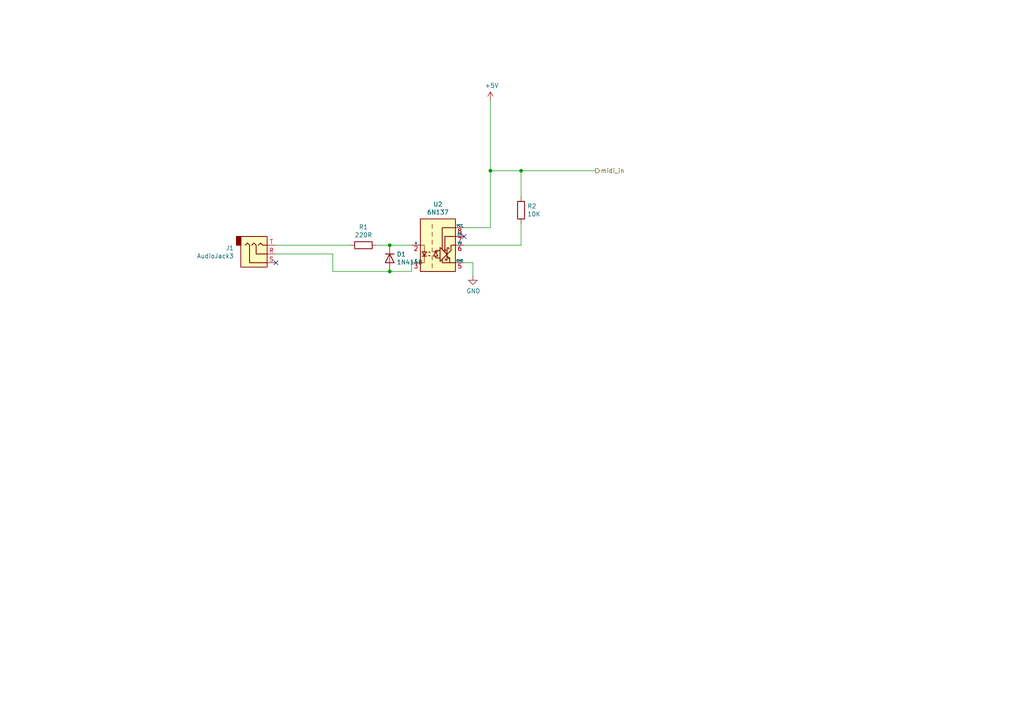
<source format=kicad_sch>
(kicad_sch (version 20211123) (generator eeschema)
  (paper "A4")
  (lib_symbols
    (symbol "Connector:AudioJack3"
      (property "Reference" "J" (at 0 8.89 0))
      (property "Value" "AudioJack3" (at 0 6.35 0))
      (symbol "AudioJack3_0_1"
        (rectangle (start -5.08 -5.08) (end -6.35 -2.54) (stroke (width 0.254)) (fill (type outline)))
        (polyline (pts (xy 0 -2.54) (xy 0.635 -3.175) (xy 1.27 -2.54) (xy 2.54 -2.54)) (stroke (width 0.254)))
        (polyline (pts (xy -1.905 -2.54) (xy -1.27 -3.175) (xy -0.635 -2.54) (xy -0.635 0) (xy 2.54 0)) (stroke (width 0.254)))
        (polyline (pts (xy 2.54 2.54) (xy -2.54 2.54) (xy -2.54 -2.54) (xy -3.175 -3.175) (xy -3.81 -2.54)) (stroke (width 0.254)))
        (rectangle (start 2.54 3.81) (end -5.08 -5.08) (stroke (width 0.254)) (fill (type background)))
      )
      (symbol "AudioJack3_1_1"
        (pin passive line (at 5.08 0 180) (length 2.54) (name "~") (number "R"))
        (pin passive line (at 5.08 2.54 180) (length 2.54) (name "~") (number "S"))
        (pin passive line (at 5.08 -2.54 180) (length 2.54) (name "~") (number "T"))
      )
    )
    (symbol "Device:R" (pin_numbers hide) (pin_names (offset 0))
      (property "Reference" "R" (at 2.032 0 90))
      (property "Value" "R" (at 0 0 90))
      (symbol "R_0_1"
        (rectangle (start -1.016 -2.54) (end 1.016 2.54) (stroke (width 0.254)))
      )
      (symbol "R_1_1"
        (pin passive line (at 0 3.81 270) (length 1.27) (name "~") (number "1"))
        (pin passive line (at 0 -3.81 90) (length 1.27) (name "~") (number "2"))
      )
    )
    (symbol "Diode:1N4148" (pin_numbers hide) (pin_names (offset 1.016) hide)
      (property "Reference" "D" (at 0 2.54 0))
      (property "Value" "1N4148" (at 0 -2.54 0))
      (symbol "1N4148_0_1"
        (polyline (pts (xy -1.27 1.27) (xy -1.27 -1.27)) (stroke (width 0.254)))
        (polyline (pts (xy 1.27 0) (xy -1.27 0)))
        (polyline (pts (xy 1.27 1.27) (xy 1.27 -1.27) (xy -1.27 0) (xy 1.27 1.27)) (stroke (width 0.254)))
      )
      (symbol "1N4148_1_1"
        (pin passive line (at -3.81 0 0) (length 2.54) (name "K") (number "1"))
        (pin passive line (at 3.81 0 180) (length 2.54) (name "A") (number "2"))
      )
    )
    (symbol "Isolator:6N137" (pin_names (offset 0))
      (property "Reference" "U" (at -4.064 8.89 0))
      (property "Value" "6N137" (at 0 -8.89 0))
      (symbol "6N137_0_1"
        (polyline (pts (xy 2.667 -3.556) (xy 2.667 -1.651)) (stroke (width 0.254)))
        (polyline (pts (xy 2.667 -2.159) (xy 2.667 -2.921)) (stroke (width 0.254)))
        (polyline (pts (xy 3.429 -3.937) (xy 3.429 -5.08)) (stroke (width 0.254)))
        (polyline (pts (xy -0.635 -3.302) (xy -0.635 -3.683) (xy 0.635 -3.683)) (stroke (width 0.254)))
        (polyline (pts (xy -0.635 -1.905) (xy -0.635 -1.524) (xy 0.508 -1.524)) (stroke (width 0.254)))
        (polyline (pts (xy 1.27 -4.064) (xy 1.27 -5.08) (xy 5.08 -5.08)) (stroke (width 0.254)))
        (polyline (pts (xy 1.27 -1.27) (xy 1.27 5.08) (xy 5.08 5.08)) (stroke (width 0.254)))
        (polyline (pts (xy 2.032 -1.27) (xy 2.032 2.54) (xy 5.08 2.54)) (stroke (width 0.254)))
        (polyline (pts (xy -5.08 -5.08) (xy -3.937 -5.08) (xy -3.937 0) (xy -5.08 0)))
        (polyline (pts (xy 2.667 -3.302) (xy 2.667 -4.318) (xy 2.159 -4.318) (xy 2.159 -3.937)) (stroke (width 0.254)))
        (polyline (pts (xy 2.667 -2.667) (xy 0.635 -4.699) (xy 0.635 -0.635) (xy 2.667 -2.667)) (stroke (width 0.254)))
        (polyline (pts (xy 2.667 -1.778) (xy 2.667 -0.762) (xy 3.175 -0.762) (xy 3.175 -1.143)) (stroke (width 0.254)))
        (polyline (pts (xy 2.794 -2.54) (xy 3.81 -1.524) (xy 3.81 0) (xy 5.08 0)) (stroke (width 0.254)))
        (polyline (pts (xy 2.667 -3.175) (xy 3.429 -3.937) (xy 3.302 -3.556) (xy 3.048 -3.81) (xy 3.429 -3.937)) (stroke (width 0.254)))
        (circle (center 2.032 -1.524) (radius 0.254) (stroke (width 0.254)))
      )
      (symbol "6N137_1_1"
        (rectangle (start -5.08 7.62) (end 5.08 -7.62) (stroke (width 0.254)) (fill (type background)))
        (polyline (pts (xy -4.572 -3.175) (xy -3.302 -3.175)) (stroke (width 0.254)))
        (polyline (pts (xy -1.651 -5.334) (xy -1.651 -6.604)))
        (polyline (pts (xy -1.651 -3.048) (xy -1.651 -4.318)))
        (polyline (pts (xy -1.651 -0.762) (xy -1.651 -2.032)))
        (polyline (pts (xy -1.651 1.524) (xy -1.651 0.254)))
        (polyline (pts (xy -1.651 3.81) (xy -1.651 2.54)))
        (polyline (pts (xy -1.651 6.096) (xy -1.651 4.826)))
        (polyline (pts (xy -1.27 -1.905) (xy 0 -1.905)) (stroke (width 0.254)))
        (polyline (pts (xy -3.937 -3.175) (xy -4.572 -1.905) (xy -3.302 -1.905) (xy -3.937 -3.175)) (stroke (width 0.254)))
        (polyline (pts (xy -0.635 -1.905) (xy -1.27 -3.175) (xy 0 -3.175) (xy -0.635 -1.905)) (stroke (width 0.254)))
        (polyline (pts (xy -2.921 -3.048) (xy -2.159 -3.048) (xy -2.54 -3.175) (xy -2.54 -2.921) (xy -2.159 -3.048)) (stroke (width 0.127)))
        (polyline (pts (xy -2.921 -2.032) (xy -2.159 -2.032) (xy -2.54 -2.159) (xy -2.54 -1.905) (xy -2.159 -2.032)) (stroke (width 0.127)))
        (pin no_connect line (at -5.08 5.08 0) (length 2.54) hide (name "NC") (number "1"))
        (pin passive line (at -7.62 0 0) (length 2.54) (name "A") (number "2"))
        (pin passive line (at -7.62 -5.08 0) (length 2.54) (name "C") (number "3"))
        (pin power_in line (at 7.62 -5.08 180) (length 2.54) (name "GND") (number "5"))
        (pin open_collector line (at 7.62 0 180) (length 2.54) (name "VO") (number "6"))
        (pin input line (at 7.62 2.54 180) (length 2.54) (name "EN") (number "7"))
        (pin power_in line (at 7.62 5.08 180) (length 2.54) (name "VCC") (number "8"))
      )
    )
    (symbol "power:+5V" (power) (pin_names (offset 0))
      (property "Value" "+5V" (at 0 3.556 0))
      (symbol "+5V_0_1"
        (polyline (pts (xy -0.762 1.27) (xy 0 2.54)))
        (polyline (pts (xy 0 0) (xy 0 2.54)))
        (polyline (pts (xy 0 2.54) (xy 0.762 1.27)))
      )
      (symbol "+5V_1_1"
        (pin power_in line (at 0 0 90) (length 0) hide (name "+5V") (number "1"))
      )
    )
    (symbol "power:GND" (power) (pin_names (offset 0))
      (property "Value" "GND" (at 0 -3.81 0))
      (symbol "GND_0_1"
        (polyline (pts (xy 0 0) (xy 0 -1.27) (xy 1.27 -1.27) (xy 0 -2.54) (xy -1.27 -1.27) (xy 0 -1.27)))
      )
      (symbol "GND_1_1"
        (pin power_in line (at 0 0 270) (length 0) hide (name "GND") (number "1"))
      )
    )
  )
  (junction (at 142.24 49.53))
  (junction (at 113.03 78.74))
  (junction (at 151.13 49.53))
  (junction (at 113.03 71.12))
  (no_connect (at 134.62 68.58))
  (no_connect (at 80.01 76.2))
  (wire (pts (xy 96.52 73.66) (xy 80.01 73.66)))
  (wire (pts (xy 113.03 71.12) (xy 119.38 71.12)))
  (wire (pts (xy 151.13 49.53) (xy 142.24 49.53)))
  (wire (pts (xy 142.24 49.53) (xy 142.24 66.04)))
  (wire (pts (xy 80.01 71.12) (xy 101.6 71.12)))
  (wire (pts (xy 151.13 57.15) (xy 151.13 49.53)))
  (wire (pts (xy 113.03 78.74) (xy 96.52 78.74)))
  (wire (pts (xy 142.24 29.21) (xy 142.24 49.53)))
  (wire (pts (xy 134.62 76.2) (xy 137.16 76.2)))
  (wire (pts (xy 119.38 78.74) (xy 113.03 78.74)))
  (wire (pts (xy 134.62 71.12) (xy 151.13 71.12)))
  (wire (pts (xy 142.24 66.04) (xy 134.62 66.04)))
  (wire (pts (xy 119.38 76.2) (xy 119.38 78.74)))
  (wire (pts (xy 96.52 78.74) (xy 96.52 73.66)))
  (wire (pts (xy 151.13 49.53) (xy 172.72 49.53)))
  (wire (pts (xy 137.16 76.2) (xy 137.16 80.01)))
  (wire (pts (xy 151.13 64.77) (xy 151.13 71.12)))
  (wire (pts (xy 109.22 71.12) (xy 113.03 71.12)))
  (hierarchical_label "midi_in" (shape output) (at 172.72 49.53 0))
  (symbol (lib_id "Connector:AudioJack3") (at 74.93 73.66 0) (mirror x) (unit 1)
    (property "Reference" "J1" (at 67.8434 71.9582 0) (effects (justify right)))
    (property "Value" "AudioJack3" (at 67.8434 74.2696 0) (effects (justify right)))
    (property "Footprint" "Connector_Audio:Jack_3.5mm_QingPu_WQP-PJ398SM_Vertical_CircularHoles" (effects hide))
  )
  (symbol (lib_id "Device:R") (at 151.13 60.96 180) (unit 1)
    (property "Reference" "R2" (at 152.908 59.7916 0) (effects (justify right)))
    (property "Value" "10K" (at 152.908 62.103 0) (effects (justify right)))
    (property "Footprint" "Resistor_SMD:R_0805_2012Metric_Pad1.15x1.40mm_HandSolder" (effects hide))
  )
  (symbol (lib_id "Device:R") (at 105.41 71.12 270) (unit 1)
    (property "Reference" "R1" (at 105.41 65.8622 90))
    (property "Value" "220R" (at 105.41 68.1736 90))
    (property "Footprint" "Resistor_SMD:R_0805_2012Metric_Pad1.15x1.40mm_HandSolder" (effects hide))
  )
  (symbol (lib_id "power:+5V") (at 142.24 29.21 0) (unit 1)
    (property "Reference" "#PWR07" (effects hide))
    (property "Value" "+5V" (at 142.621 24.8158 0))
  )
  (symbol (lib_id "power:GND") (at 137.16 80.01 0) (unit 1)
    (property "Reference" "#PWR06" (effects hide))
    (property "Value" "GND" (at 137.287 84.4042 0))
  )
  (symbol (lib_id "Isolator:6N137") (at 127 71.12 0) (unit 1)
    (property "Reference" "U2" (at 127 59.2582 0))
    (property "Value" "6N137" (at 127 61.5696 0))
    (property "Footprint" "Package_DIP:PowerIntegrations_SMD-8" (effects hide))
    (property "Datasheet" "https://docs.broadcom.com/docs/AV02-0940EN" (effects hide))
  )
  (symbol (lib_id "Diode:1N4148") (at 113.03 74.93 270) (unit 1)
    (property "Reference" "D1" (at 115.0366 73.7616 90) (effects (justify left)))
    (property "Value" "1N4148" (at 115.0366 76.073 90) (effects (justify left)))
    (property "Footprint" "Diode_SMD:D_0805_2012Metric_Pad1.15x1.40mm_HandSolder" (effects hide))
    (property "Datasheet" "https://assets.nexperia.com/documents/data-sheet/1N4148_1N4448.pdf" (effects hide))
  )
)
</source>
